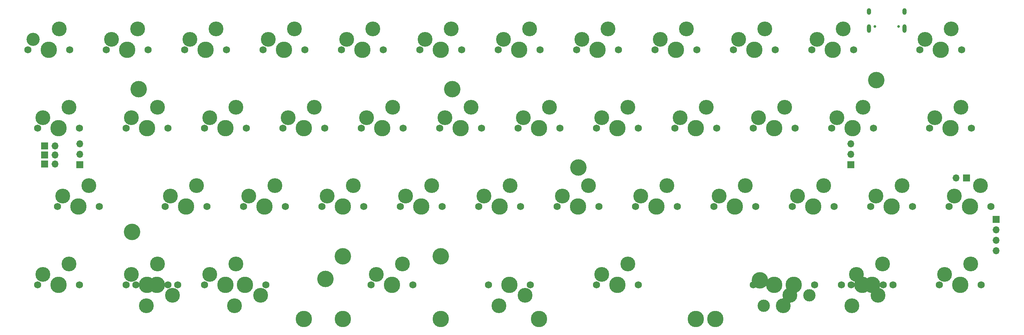
<source format=gts>
%TF.GenerationSoftware,KiCad,Pcbnew,7.0.8*%
%TF.CreationDate,2023-10-22T18:59:45+02:00*%
%TF.ProjectId,Monorail_Steam_Reduced,4d6f6e6f-7261-4696-9c5f-537465616d5f,rev?*%
%TF.SameCoordinates,Original*%
%TF.FileFunction,Soldermask,Top*%
%TF.FilePolarity,Negative*%
%FSLAX46Y46*%
G04 Gerber Fmt 4.6, Leading zero omitted, Abs format (unit mm)*
G04 Created by KiCad (PCBNEW 7.0.8) date 2023-10-22 18:59:45*
%MOMM*%
%LPD*%
G01*
G04 APERTURE LIST*
%ADD10C,4.000000*%
%ADD11C,3.987800*%
%ADD12C,1.750000*%
%ADD13R,1.700000X1.700000*%
%ADD14O,1.700000X1.700000*%
%ADD15C,0.650000*%
%ADD16O,1.000000X1.600000*%
%ADD17O,1.000000X2.100000*%
%ADD18C,3.600000*%
%ADD19C,3.000000*%
%ADD20C,3.200000*%
G04 APERTURE END LIST*
D10*
%TO.C,HOLE_M3*%
X239953406Y-80423713D03*
%TD*%
D11*
%TO.C,REF\u002A\u002A*%
X100806250Y-138430000D03*
X200818750Y-138430000D03*
%TD*%
D12*
%TO.C,MX3*%
X214788750Y-130175000D03*
D11*
X219868750Y-130175000D03*
D12*
X224948750Y-130175000D03*
%TD*%
D10*
%TO.C,HOLE_M3*%
X60703406Y-82549712D03*
%TD*%
%TO.C,HOLE_M3*%
X106051973Y-128773715D03*
%TD*%
%TO.C,HOLE_M3*%
X59103407Y-117323711D03*
%TD*%
D13*
%TO.C,J4*%
X261898450Y-104165000D03*
D14*
X259358450Y-104165000D03*
%TD*%
D11*
%TO.C,REF\u002A\u002A*%
X157956250Y-138430000D03*
X196056250Y-138430000D03*
%TD*%
D10*
%TO.C,HOLE_M3*%
X211696300Y-129057400D03*
%TD*%
D11*
%TO.C,REF\u002A\u002A*%
X110331250Y-138430000D03*
X134143750Y-138430000D03*
D10*
X110331250Y-123190000D03*
X134143750Y-123190000D03*
%TD*%
%TO.C,HOLE_M3*%
X167553412Y-101599712D03*
%TD*%
%TO.C,HOLE_M3*%
X136903403Y-82549712D03*
%TD*%
D15*
%TO.C,J6*%
X239582750Y-67327800D03*
X245362750Y-67327800D03*
D16*
X238152750Y-63677800D03*
D17*
X238152750Y-67857800D03*
D16*
X246792750Y-63677800D03*
D17*
X246792750Y-67857800D03*
%TD*%
D12*
%TO.C,MX27*%
X201136250Y-92075000D03*
D11*
X196056250Y-92075000D03*
D12*
X190976250Y-92075000D03*
D18*
X192246250Y-89535000D03*
X198596250Y-86995000D03*
%TD*%
D13*
%TO.C,J1*%
X37866400Y-100761800D03*
D14*
X40406400Y-100761800D03*
%TD*%
D13*
%TO.C,J9*%
X46380400Y-100950000D03*
D14*
X46380400Y-98410000D03*
X46380400Y-95870000D03*
%TD*%
D12*
%TO.C,MX58*%
X182086250Y-130175000D03*
D11*
X177006250Y-130175000D03*
D12*
X171926250Y-130175000D03*
D18*
X173196250Y-127635000D03*
X179546250Y-125095000D03*
%TD*%
D12*
%TO.C,MX19*%
X46355000Y-92075000D03*
D11*
X41275000Y-92075000D03*
D12*
X36195000Y-92075000D03*
D18*
X37465000Y-89535000D03*
X43815000Y-86995000D03*
%TD*%
D12*
%TO.C,MX20*%
X67786250Y-92075000D03*
D11*
X62706250Y-92075000D03*
D12*
X57626250Y-92075000D03*
D18*
X58896250Y-89535000D03*
X65246250Y-86995000D03*
%TD*%
D12*
%TO.C,MX29*%
X239236250Y-92075000D03*
D11*
X234156250Y-92075000D03*
D12*
X229076250Y-92075000D03*
D18*
X230346250Y-89535000D03*
X236696250Y-86995000D03*
%TD*%
D12*
%TO.C,MX41*%
X248761250Y-111125000D03*
D11*
X243681250Y-111125000D03*
D12*
X238601250Y-111125000D03*
D18*
X239871250Y-108585000D03*
X246221250Y-106045000D03*
%TD*%
D12*
%TO.C,MX33*%
X96361250Y-111125000D03*
D11*
X91281250Y-111125000D03*
D12*
X86201250Y-111125000D03*
D18*
X87471250Y-108585000D03*
X93821250Y-106045000D03*
%TD*%
D12*
%TO.C,MX1*%
X231457500Y-130175000D03*
D11*
X236537500Y-130175000D03*
D12*
X241617500Y-130175000D03*
D18*
X240347500Y-132715000D03*
X233997500Y-135255000D03*
%TD*%
D12*
%TO.C,MX28*%
X220186250Y-92075000D03*
D11*
X215106250Y-92075000D03*
D12*
X210026250Y-92075000D03*
D18*
X211296250Y-89535000D03*
X217646250Y-86995000D03*
%TD*%
D13*
%TO.C,J2*%
X37866400Y-96418400D03*
D14*
X40406400Y-96418400D03*
%TD*%
D12*
%TO.C,MX34*%
X115411250Y-111125000D03*
D11*
X110331250Y-111125000D03*
D12*
X105251250Y-111125000D03*
D18*
X106521250Y-108585000D03*
X112871250Y-106045000D03*
%TD*%
D12*
%TO.C,MX45*%
X127317500Y-130175000D03*
D11*
X122237500Y-130175000D03*
D12*
X117157500Y-130175000D03*
D18*
X118427500Y-127635000D03*
X124777500Y-125095000D03*
%TD*%
D12*
%TO.C,MX13*%
X158273750Y-73025000D03*
D11*
X153193750Y-73025000D03*
D12*
X148113750Y-73025000D03*
D18*
X149383750Y-70485000D03*
X155733750Y-67945000D03*
%TD*%
D12*
%TO.C,MX49*%
X210026250Y-130175000D03*
D19*
X212566250Y-135255000D03*
D11*
X215106250Y-130175000D03*
D12*
X220186250Y-130175000D03*
D18*
X218916250Y-132715000D03*
%TD*%
D12*
%TO.C,MX46*%
X46355000Y-130175000D03*
D11*
X41275000Y-130175000D03*
D12*
X36195000Y-130175000D03*
D18*
X37465000Y-127635000D03*
X43815000Y-125095000D03*
%TD*%
D12*
%TO.C,MX9*%
X82073750Y-73025000D03*
D11*
X76993750Y-73025000D03*
D12*
X71913750Y-73025000D03*
D18*
X73183750Y-70485000D03*
X79533750Y-67945000D03*
%TD*%
D12*
%TO.C,MX38*%
X191611250Y-111125000D03*
D11*
X186531250Y-111125000D03*
D12*
X181451250Y-111125000D03*
D18*
X182721250Y-108585000D03*
X189071250Y-106045000D03*
%TD*%
D12*
%TO.C,MX26*%
X182086250Y-92075000D03*
D11*
X177006250Y-92075000D03*
D12*
X171926250Y-92075000D03*
D18*
X173196250Y-89535000D03*
X179546250Y-86995000D03*
%TD*%
D12*
%TO.C,MX15*%
X196373750Y-73025000D03*
D11*
X191293750Y-73025000D03*
D12*
X186213750Y-73025000D03*
D18*
X187483750Y-70485000D03*
X193833750Y-67945000D03*
%TD*%
D12*
%TO.C,MX16*%
X215423750Y-73025000D03*
D11*
X210343750Y-73025000D03*
D12*
X205263750Y-73025000D03*
D18*
X206533750Y-70485000D03*
X212883750Y-67945000D03*
%TD*%
D12*
%TO.C,MX21*%
X86836250Y-92075000D03*
D11*
X81756250Y-92075000D03*
D12*
X76676250Y-92075000D03*
D18*
X77946250Y-89535000D03*
X84296250Y-86995000D03*
%TD*%
D12*
%TO.C,MX52*%
X67786250Y-130175000D03*
D11*
X62706250Y-130175000D03*
D12*
X57626250Y-130175000D03*
D18*
X58896250Y-127635000D03*
X65246250Y-125095000D03*
%TD*%
D12*
%TO.C,MX37*%
X172561250Y-111125000D03*
D11*
X167481250Y-111125000D03*
D12*
X162401250Y-111125000D03*
D18*
X163671250Y-108585000D03*
X170021250Y-106045000D03*
%TD*%
D12*
%TO.C,MX30*%
X263048750Y-92075000D03*
D11*
X257968750Y-92075000D03*
D12*
X252888750Y-92075000D03*
D18*
X254158750Y-89535000D03*
X260508750Y-86995000D03*
%TD*%
D12*
%TO.C,MX22*%
X105886250Y-92075000D03*
D11*
X100806250Y-92075000D03*
D12*
X95726250Y-92075000D03*
D18*
X96996250Y-89535000D03*
X103346250Y-86995000D03*
%TD*%
D12*
%TO.C,MX12*%
X139223750Y-73025000D03*
D11*
X134143750Y-73025000D03*
D12*
X129063750Y-73025000D03*
D18*
X130333750Y-70485000D03*
X136683750Y-67945000D03*
%TD*%
D12*
%TO.C,MX7*%
X43973750Y-73025000D03*
D11*
X38893750Y-73025000D03*
D12*
X33813750Y-73025000D03*
D20*
X35083750Y-70485000D03*
D18*
X41433750Y-67945000D03*
%TD*%
D12*
%TO.C,MX42*%
X267811250Y-111125000D03*
D11*
X262731250Y-111125000D03*
D12*
X257651250Y-111125000D03*
D18*
X258921250Y-108585000D03*
X265271250Y-106045000D03*
%TD*%
D12*
%TO.C,MX43*%
X145732500Y-130175000D03*
D11*
X150812500Y-130175000D03*
D12*
X155892500Y-130175000D03*
D18*
X154622500Y-132715000D03*
X148272500Y-135255000D03*
%TD*%
D12*
%TO.C,MX32*%
X77311250Y-111125000D03*
D11*
X72231250Y-111125000D03*
D12*
X67151250Y-111125000D03*
D18*
X68421250Y-108585000D03*
X74771250Y-106045000D03*
%TD*%
D12*
%TO.C,MX11*%
X120173750Y-73025000D03*
D11*
X115093750Y-73025000D03*
D12*
X110013750Y-73025000D03*
D18*
X111283750Y-70485000D03*
X117633750Y-67945000D03*
%TD*%
D12*
%TO.C,MX54*%
X214788750Y-130175000D03*
D11*
X219868750Y-130175000D03*
D19*
X223678750Y-132715000D03*
D12*
X224948750Y-130175000D03*
D18*
X217328750Y-135255000D03*
%TD*%
D12*
%TO.C,MX57*%
X243998750Y-130175000D03*
D11*
X238918750Y-130175000D03*
D12*
X233838750Y-130175000D03*
D18*
X235108750Y-127635000D03*
X241458750Y-125095000D03*
%TD*%
D12*
%TO.C,MX23*%
X124936250Y-92075000D03*
D11*
X119856250Y-92075000D03*
D12*
X114776250Y-92075000D03*
D18*
X116046250Y-89535000D03*
X122396250Y-86995000D03*
%TD*%
D12*
%TO.C,MX36*%
X153511250Y-111125000D03*
D11*
X148431250Y-111125000D03*
D12*
X143351250Y-111125000D03*
D18*
X144621250Y-108585000D03*
X150971250Y-106045000D03*
%TD*%
D12*
%TO.C,MX31*%
X51117500Y-111125000D03*
D11*
X46037500Y-111125000D03*
D12*
X40957500Y-111125000D03*
D18*
X42227500Y-108585000D03*
X48577500Y-106045000D03*
%TD*%
D12*
%TO.C,MX8*%
X63023750Y-73025000D03*
D11*
X57943750Y-73025000D03*
D12*
X52863750Y-73025000D03*
D18*
X54133750Y-70485000D03*
X60483750Y-67945000D03*
%TD*%
D12*
%TO.C,MX35*%
X134461250Y-111125000D03*
D11*
X129381250Y-111125000D03*
D12*
X124301250Y-111125000D03*
D18*
X125571250Y-108585000D03*
X131921250Y-106045000D03*
%TD*%
D13*
%TO.C,J8*%
X269087600Y-114233800D03*
D14*
X269087600Y-116773800D03*
X269087600Y-119313800D03*
X269087600Y-121853800D03*
%TD*%
D12*
%TO.C,MX18*%
X260667500Y-73025000D03*
D11*
X255587500Y-73025000D03*
D12*
X250507500Y-73025000D03*
D18*
X251777500Y-70485000D03*
X258127500Y-67945000D03*
%TD*%
D12*
%TO.C,MX24*%
X143986250Y-92075000D03*
D11*
X138906250Y-92075000D03*
D12*
X133826250Y-92075000D03*
D18*
X135096250Y-89535000D03*
X141446250Y-86995000D03*
%TD*%
D12*
%TO.C,MX2*%
X60007500Y-130175000D03*
D11*
X65087500Y-130175000D03*
D12*
X70167500Y-130175000D03*
D18*
X68897500Y-132715000D03*
X62547500Y-135255000D03*
%TD*%
D12*
%TO.C,MX53*%
X81438750Y-130175000D03*
D11*
X86518750Y-130175000D03*
D12*
X91598750Y-130175000D03*
D18*
X90328750Y-132715000D03*
X83978750Y-135255000D03*
%TD*%
D12*
%TO.C,MX48*%
X265430000Y-130175000D03*
D11*
X260350000Y-130175000D03*
D12*
X255270000Y-130175000D03*
D18*
X256540000Y-127635000D03*
X262890000Y-125095000D03*
%TD*%
D12*
%TO.C,MX25*%
X163036250Y-92075000D03*
D11*
X157956250Y-92075000D03*
D12*
X152876250Y-92075000D03*
D18*
X154146250Y-89535000D03*
X160496250Y-86995000D03*
%TD*%
D12*
%TO.C,MX47*%
X86836250Y-130175000D03*
D11*
X81756250Y-130175000D03*
D12*
X76676250Y-130175000D03*
D18*
X77946250Y-127635000D03*
X84296250Y-125095000D03*
%TD*%
D12*
%TO.C,MX17*%
X234473750Y-73025000D03*
D11*
X229393750Y-73025000D03*
D12*
X224313750Y-73025000D03*
D18*
X225583750Y-70485000D03*
X231933750Y-67945000D03*
%TD*%
D13*
%TO.C,SWD1*%
X233756200Y-100965000D03*
D14*
X233756200Y-98425000D03*
X233756200Y-95885000D03*
%TD*%
D12*
%TO.C,MX10*%
X101123750Y-73025000D03*
D11*
X96043750Y-73025000D03*
D12*
X90963750Y-73025000D03*
D18*
X92233750Y-70485000D03*
X98583750Y-67945000D03*
%TD*%
D13*
%TO.C,J3*%
X37866400Y-98577400D03*
D14*
X40406400Y-98577400D03*
%TD*%
D12*
%TO.C,MX40*%
X229711250Y-111125000D03*
D11*
X224631250Y-111125000D03*
D12*
X219551250Y-111125000D03*
D18*
X220821250Y-108585000D03*
X227171250Y-106045000D03*
%TD*%
D12*
%TO.C,MX14*%
X177323750Y-73025000D03*
D11*
X172243750Y-73025000D03*
D12*
X167163750Y-73025000D03*
D18*
X168433750Y-70485000D03*
X174783750Y-67945000D03*
%TD*%
D12*
%TO.C,MX39*%
X210661250Y-111125000D03*
D11*
X205581250Y-111125000D03*
D12*
X200501250Y-111125000D03*
D18*
X201771250Y-108585000D03*
X208121250Y-106045000D03*
%TD*%
M02*

</source>
